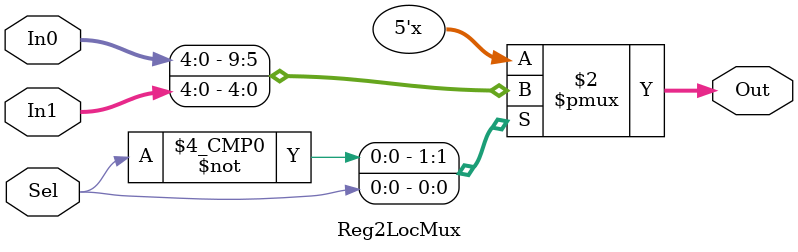
<source format=v>
/*
 Module: Reg2Loc 
 Description: Handles inputs from the Instruction Mem
*/
`timescale 1ns / 1ps

module Reg2LocMux(In0,In1,Sel,Out);
	input [4:0] In0;	// Instruction [20-16] Input
	input [4:0] In1;	// Instruction [9-5] Input
	input  Sel; 		// Reg2Loc Input
	output reg[4:0] Out;	// Goes to Read Register 2 of the Register File
always@(In0,In1,Sel)
	case(Sel)
		0:Out<=In0;
		1:Out<=In1;
endcase
endmodule

</source>
